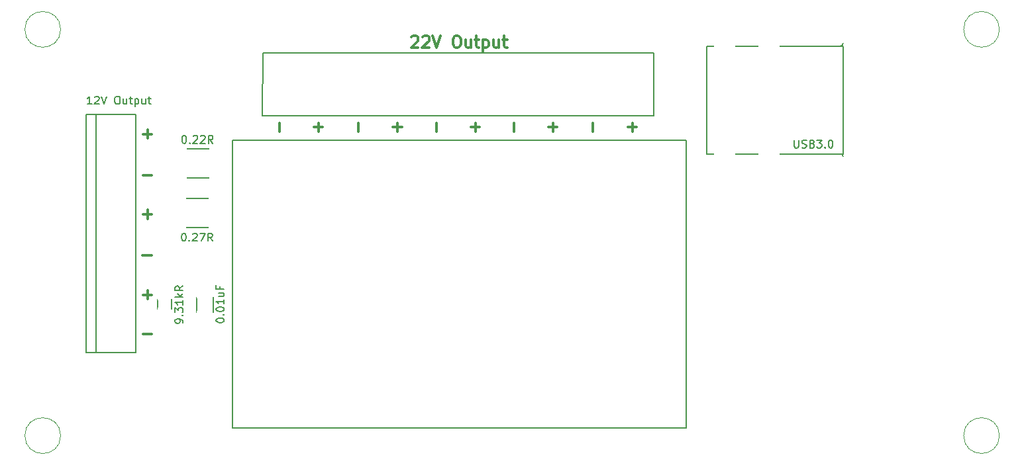
<source format=gbr>
G04 #@! TF.FileFunction,Legend,Top*
%FSLAX46Y46*%
G04 Gerber Fmt 4.6, Leading zero omitted, Abs format (unit mm)*
G04 Created by KiCad (PCBNEW 4.0.7) date 04/30/18 00:58:58*
%MOMM*%
%LPD*%
G01*
G04 APERTURE LIST*
%ADD10C,0.100000*%
%ADD11C,0.300000*%
%ADD12C,0.120000*%
%ADD13C,0.150000*%
%ADD14C,3.600000*%
%ADD15R,2.000000X1.400000*%
%ADD16R,3.400000X3.400000*%
%ADD17C,3.400000*%
%ADD18C,3.200000*%
%ADD19C,2.990000*%
%ADD20C,2.230000*%
%ADD21C,1.500000*%
%ADD22R,2.000000X3.900000*%
%ADD23R,1.700000X1.100000*%
%ADD24C,2.800000*%
%ADD25C,1.400000*%
G04 APERTURE END LIST*
D10*
D11*
X66116272Y-122789143D02*
X67259129Y-122789143D01*
X66687700Y-123360571D02*
X66687700Y-122217714D01*
X66116272Y-128059643D02*
X67259129Y-128059643D01*
X66116272Y-133076143D02*
X67259129Y-133076143D01*
X66687700Y-133647571D02*
X66687700Y-132504714D01*
X66052772Y-138283143D02*
X67195629Y-138283143D01*
X66116272Y-148379643D02*
X67259129Y-148379643D01*
X66116272Y-143363143D02*
X67259129Y-143363143D01*
X66687700Y-143934571D02*
X66687700Y-142791714D01*
X128657064Y-122509049D02*
X128657064Y-121366192D01*
X129228492Y-121937621D02*
X128085635Y-121937621D01*
X123577064Y-122509049D02*
X123577064Y-121366192D01*
X118497064Y-122509049D02*
X118497064Y-121366192D01*
X119068492Y-121937621D02*
X117925635Y-121937621D01*
X113544064Y-122509049D02*
X113544064Y-121366192D01*
X108591064Y-122509049D02*
X108591064Y-121366192D01*
X109162492Y-121937621D02*
X108019635Y-121937621D01*
X103638064Y-122509049D02*
X103638064Y-121366192D01*
X83572064Y-122509049D02*
X83572064Y-121366192D01*
X88525064Y-122509049D02*
X88525064Y-121366192D01*
X89096492Y-121937621D02*
X87953635Y-121937621D01*
X93605064Y-122509049D02*
X93605064Y-121366192D01*
X98621564Y-122509049D02*
X98621564Y-121366192D01*
X99192992Y-121937621D02*
X98050135Y-121937621D01*
X103638064Y-122509049D02*
X103638064Y-121366192D01*
X108591064Y-122509049D02*
X108591064Y-121366192D01*
X109162492Y-121937621D02*
X108019635Y-121937621D01*
X113544064Y-122509049D02*
X113544064Y-121366192D01*
X118497064Y-122509049D02*
X118497064Y-121366192D01*
X119068492Y-121937621D02*
X117925635Y-121937621D01*
X123577064Y-122509049D02*
X123577064Y-121366192D01*
X128657064Y-122509049D02*
X128657064Y-121366192D01*
X129228492Y-121937621D02*
X128085635Y-121937621D01*
X100444286Y-110381429D02*
X100515715Y-110310000D01*
X100658572Y-110238571D01*
X101015715Y-110238571D01*
X101158572Y-110310000D01*
X101230001Y-110381429D01*
X101301429Y-110524286D01*
X101301429Y-110667143D01*
X101230001Y-110881429D01*
X100372858Y-111738571D01*
X101301429Y-111738571D01*
X101872857Y-110381429D02*
X101944286Y-110310000D01*
X102087143Y-110238571D01*
X102444286Y-110238571D01*
X102587143Y-110310000D01*
X102658572Y-110381429D01*
X102730000Y-110524286D01*
X102730000Y-110667143D01*
X102658572Y-110881429D01*
X101801429Y-111738571D01*
X102730000Y-111738571D01*
X103158571Y-110238571D02*
X103658571Y-111738571D01*
X104158571Y-110238571D01*
X106087142Y-110238571D02*
X106372856Y-110238571D01*
X106515714Y-110310000D01*
X106658571Y-110452857D01*
X106729999Y-110738571D01*
X106729999Y-111238571D01*
X106658571Y-111524286D01*
X106515714Y-111667143D01*
X106372856Y-111738571D01*
X106087142Y-111738571D01*
X105944285Y-111667143D01*
X105801428Y-111524286D01*
X105729999Y-111238571D01*
X105729999Y-110738571D01*
X105801428Y-110452857D01*
X105944285Y-110310000D01*
X106087142Y-110238571D01*
X108015714Y-110738571D02*
X108015714Y-111738571D01*
X107372857Y-110738571D02*
X107372857Y-111524286D01*
X107444285Y-111667143D01*
X107587143Y-111738571D01*
X107801428Y-111738571D01*
X107944285Y-111667143D01*
X108015714Y-111595714D01*
X108515714Y-110738571D02*
X109087143Y-110738571D01*
X108730000Y-110238571D02*
X108730000Y-111524286D01*
X108801428Y-111667143D01*
X108944286Y-111738571D01*
X109087143Y-111738571D01*
X109587143Y-110738571D02*
X109587143Y-112238571D01*
X109587143Y-110810000D02*
X109730000Y-110738571D01*
X110015714Y-110738571D01*
X110158571Y-110810000D01*
X110230000Y-110881429D01*
X110301429Y-111024286D01*
X110301429Y-111452857D01*
X110230000Y-111595714D01*
X110158571Y-111667143D01*
X110015714Y-111738571D01*
X109730000Y-111738571D01*
X109587143Y-111667143D01*
X111587143Y-110738571D02*
X111587143Y-111738571D01*
X110944286Y-110738571D02*
X110944286Y-111524286D01*
X111015714Y-111667143D01*
X111158572Y-111738571D01*
X111372857Y-111738571D01*
X111515714Y-111667143D01*
X111587143Y-111595714D01*
X112087143Y-110738571D02*
X112658572Y-110738571D01*
X112301429Y-110238571D02*
X112301429Y-111524286D01*
X112372857Y-111667143D01*
X112515715Y-111738571D01*
X112658572Y-111738571D01*
D12*
X175586000Y-109400000D02*
G75*
G03X175586000Y-109400000I-2286000J0D01*
G01*
X175586000Y-161400000D02*
G75*
G03X175586000Y-161400000I-2286000J0D01*
G01*
X55586000Y-161400000D02*
G75*
G03X55586000Y-161400000I-2286000J0D01*
G01*
X55586000Y-109400000D02*
G75*
G03X55586000Y-109400000I-2286000J0D01*
G01*
D13*
X73013032Y-143643286D02*
X73013032Y-145643286D01*
X75063032Y-145643286D02*
X75063032Y-143643286D01*
X58839100Y-150774400D02*
X60109100Y-150774400D01*
X58839100Y-120294400D02*
X58839100Y-150774400D01*
X60109100Y-120294400D02*
X58839100Y-120294400D01*
X60109100Y-120294400D02*
X60109100Y-121564400D01*
X65189100Y-120294400D02*
X60109100Y-120294400D01*
X65189100Y-121564400D02*
X65189100Y-120294400D01*
X60109100Y-150774400D02*
X60109100Y-149504400D01*
X65189100Y-150774400D02*
X60109100Y-150774400D01*
X65189100Y-149504400D02*
X65189100Y-150774400D01*
X65189100Y-149504400D02*
X65189100Y-121564400D01*
X60109100Y-121564400D02*
X60109100Y-149504400D01*
X135548700Y-160432000D02*
X77588700Y-160462000D01*
X77588700Y-160462000D02*
X77588700Y-123622000D01*
X77588700Y-123622000D02*
X135588700Y-123622000D01*
X135588700Y-123622000D02*
X135588700Y-160462000D01*
X71332640Y-134784138D02*
X74787040Y-134784138D01*
X71332640Y-131024938D02*
X74787040Y-131024938D01*
X74888640Y-124674938D02*
X71434240Y-124674938D01*
X74888640Y-128434138D02*
X71434240Y-128434138D01*
X131388700Y-120432000D02*
X81388700Y-120432000D01*
X81388700Y-120432000D02*
X81408700Y-112442000D01*
X81408700Y-112442000D02*
X131388700Y-112432000D01*
X131388700Y-112432000D02*
X131388700Y-120432000D01*
X69731432Y-143941686D02*
X69731432Y-145141686D01*
X67981432Y-145141686D02*
X67981432Y-143941686D01*
X155601600Y-125691600D02*
G75*
G03X155261600Y-125331600I-350000J10000D01*
G01*
X155271600Y-111531600D02*
G75*
G03X155601600Y-111181600I-10000J340000D01*
G01*
X138151600Y-111531600D02*
X138141600Y-125331600D01*
X138141600Y-125331600D02*
X155601600Y-125331600D01*
X155601600Y-125331600D02*
X155601600Y-111531600D01*
X155601600Y-111531600D02*
X138141600Y-111531600D01*
X75472381Y-146689048D02*
X75472381Y-146593809D01*
X75520000Y-146498571D01*
X75567619Y-146450952D01*
X75662857Y-146403333D01*
X75853333Y-146355714D01*
X76091429Y-146355714D01*
X76281905Y-146403333D01*
X76377143Y-146450952D01*
X76424762Y-146498571D01*
X76472381Y-146593809D01*
X76472381Y-146689048D01*
X76424762Y-146784286D01*
X76377143Y-146831905D01*
X76281905Y-146879524D01*
X76091429Y-146927143D01*
X75853333Y-146927143D01*
X75662857Y-146879524D01*
X75567619Y-146831905D01*
X75520000Y-146784286D01*
X75472381Y-146689048D01*
X76377143Y-145927143D02*
X76424762Y-145879524D01*
X76472381Y-145927143D01*
X76424762Y-145974762D01*
X76377143Y-145927143D01*
X76472381Y-145927143D01*
X75472381Y-145260477D02*
X75472381Y-145165238D01*
X75520000Y-145070000D01*
X75567619Y-145022381D01*
X75662857Y-144974762D01*
X75853333Y-144927143D01*
X76091429Y-144927143D01*
X76281905Y-144974762D01*
X76377143Y-145022381D01*
X76424762Y-145070000D01*
X76472381Y-145165238D01*
X76472381Y-145260477D01*
X76424762Y-145355715D01*
X76377143Y-145403334D01*
X76281905Y-145450953D01*
X76091429Y-145498572D01*
X75853333Y-145498572D01*
X75662857Y-145450953D01*
X75567619Y-145403334D01*
X75520000Y-145355715D01*
X75472381Y-145260477D01*
X76472381Y-143974762D02*
X76472381Y-144546191D01*
X76472381Y-144260477D02*
X75472381Y-144260477D01*
X75615238Y-144355715D01*
X75710476Y-144450953D01*
X75758095Y-144546191D01*
X75805714Y-143117619D02*
X76472381Y-143117619D01*
X75805714Y-143546191D02*
X76329524Y-143546191D01*
X76424762Y-143498572D01*
X76472381Y-143403334D01*
X76472381Y-143260476D01*
X76424762Y-143165238D01*
X76377143Y-143117619D01*
X75948571Y-142308095D02*
X75948571Y-142641429D01*
X76472381Y-142641429D02*
X75472381Y-142641429D01*
X75472381Y-142165238D01*
X59567619Y-118962381D02*
X58996190Y-118962381D01*
X59281904Y-118962381D02*
X59281904Y-117962381D01*
X59186666Y-118105238D01*
X59091428Y-118200476D01*
X58996190Y-118248095D01*
X59948571Y-118057619D02*
X59996190Y-118010000D01*
X60091428Y-117962381D01*
X60329524Y-117962381D01*
X60424762Y-118010000D01*
X60472381Y-118057619D01*
X60520000Y-118152857D01*
X60520000Y-118248095D01*
X60472381Y-118390952D01*
X59900952Y-118962381D01*
X60520000Y-118962381D01*
X60805714Y-117962381D02*
X61139047Y-118962381D01*
X61472381Y-117962381D01*
X62758095Y-117962381D02*
X62948572Y-117962381D01*
X63043810Y-118010000D01*
X63139048Y-118105238D01*
X63186667Y-118295714D01*
X63186667Y-118629048D01*
X63139048Y-118819524D01*
X63043810Y-118914762D01*
X62948572Y-118962381D01*
X62758095Y-118962381D01*
X62662857Y-118914762D01*
X62567619Y-118819524D01*
X62520000Y-118629048D01*
X62520000Y-118295714D01*
X62567619Y-118105238D01*
X62662857Y-118010000D01*
X62758095Y-117962381D01*
X64043810Y-118295714D02*
X64043810Y-118962381D01*
X63615238Y-118295714D02*
X63615238Y-118819524D01*
X63662857Y-118914762D01*
X63758095Y-118962381D01*
X63900953Y-118962381D01*
X63996191Y-118914762D01*
X64043810Y-118867143D01*
X64377143Y-118295714D02*
X64758095Y-118295714D01*
X64520000Y-117962381D02*
X64520000Y-118819524D01*
X64567619Y-118914762D01*
X64662857Y-118962381D01*
X64758095Y-118962381D01*
X65091429Y-118295714D02*
X65091429Y-119295714D01*
X65091429Y-118343333D02*
X65186667Y-118295714D01*
X65377144Y-118295714D01*
X65472382Y-118343333D01*
X65520001Y-118390952D01*
X65567620Y-118486190D01*
X65567620Y-118771905D01*
X65520001Y-118867143D01*
X65472382Y-118914762D01*
X65377144Y-118962381D01*
X65186667Y-118962381D01*
X65091429Y-118914762D01*
X66424763Y-118295714D02*
X66424763Y-118962381D01*
X65996191Y-118295714D02*
X65996191Y-118819524D01*
X66043810Y-118914762D01*
X66139048Y-118962381D01*
X66281906Y-118962381D01*
X66377144Y-118914762D01*
X66424763Y-118867143D01*
X66758096Y-118295714D02*
X67139048Y-118295714D01*
X66900953Y-117962381D02*
X66900953Y-118819524D01*
X66948572Y-118914762D01*
X67043810Y-118962381D01*
X67139048Y-118962381D01*
X71281905Y-135492381D02*
X71377144Y-135492381D01*
X71472382Y-135540000D01*
X71520001Y-135587619D01*
X71567620Y-135682857D01*
X71615239Y-135873333D01*
X71615239Y-136111429D01*
X71567620Y-136301905D01*
X71520001Y-136397143D01*
X71472382Y-136444762D01*
X71377144Y-136492381D01*
X71281905Y-136492381D01*
X71186667Y-136444762D01*
X71139048Y-136397143D01*
X71091429Y-136301905D01*
X71043810Y-136111429D01*
X71043810Y-135873333D01*
X71091429Y-135682857D01*
X71139048Y-135587619D01*
X71186667Y-135540000D01*
X71281905Y-135492381D01*
X72043810Y-136397143D02*
X72091429Y-136444762D01*
X72043810Y-136492381D01*
X71996191Y-136444762D01*
X72043810Y-136397143D01*
X72043810Y-136492381D01*
X72472381Y-135587619D02*
X72520000Y-135540000D01*
X72615238Y-135492381D01*
X72853334Y-135492381D01*
X72948572Y-135540000D01*
X72996191Y-135587619D01*
X73043810Y-135682857D01*
X73043810Y-135778095D01*
X72996191Y-135920952D01*
X72424762Y-136492381D01*
X73043810Y-136492381D01*
X73377143Y-135492381D02*
X74043810Y-135492381D01*
X73615238Y-136492381D01*
X74996191Y-136492381D02*
X74662857Y-136016190D01*
X74424762Y-136492381D02*
X74424762Y-135492381D01*
X74805715Y-135492381D01*
X74900953Y-135540000D01*
X74948572Y-135587619D01*
X74996191Y-135682857D01*
X74996191Y-135825714D01*
X74948572Y-135920952D01*
X74900953Y-135968571D01*
X74805715Y-136016190D01*
X74424762Y-136016190D01*
X71331905Y-122992381D02*
X71427144Y-122992381D01*
X71522382Y-123040000D01*
X71570001Y-123087619D01*
X71617620Y-123182857D01*
X71665239Y-123373333D01*
X71665239Y-123611429D01*
X71617620Y-123801905D01*
X71570001Y-123897143D01*
X71522382Y-123944762D01*
X71427144Y-123992381D01*
X71331905Y-123992381D01*
X71236667Y-123944762D01*
X71189048Y-123897143D01*
X71141429Y-123801905D01*
X71093810Y-123611429D01*
X71093810Y-123373333D01*
X71141429Y-123182857D01*
X71189048Y-123087619D01*
X71236667Y-123040000D01*
X71331905Y-122992381D01*
X72093810Y-123897143D02*
X72141429Y-123944762D01*
X72093810Y-123992381D01*
X72046191Y-123944762D01*
X72093810Y-123897143D01*
X72093810Y-123992381D01*
X72522381Y-123087619D02*
X72570000Y-123040000D01*
X72665238Y-122992381D01*
X72903334Y-122992381D01*
X72998572Y-123040000D01*
X73046191Y-123087619D01*
X73093810Y-123182857D01*
X73093810Y-123278095D01*
X73046191Y-123420952D01*
X72474762Y-123992381D01*
X73093810Y-123992381D01*
X73474762Y-123087619D02*
X73522381Y-123040000D01*
X73617619Y-122992381D01*
X73855715Y-122992381D01*
X73950953Y-123040000D01*
X73998572Y-123087619D01*
X74046191Y-123182857D01*
X74046191Y-123278095D01*
X73998572Y-123420952D01*
X73427143Y-123992381D01*
X74046191Y-123992381D01*
X75046191Y-123992381D02*
X74712857Y-123516190D01*
X74474762Y-123992381D02*
X74474762Y-122992381D01*
X74855715Y-122992381D01*
X74950953Y-123040000D01*
X74998572Y-123087619D01*
X75046191Y-123182857D01*
X75046191Y-123325714D01*
X74998572Y-123420952D01*
X74950953Y-123468571D01*
X74855715Y-123516190D01*
X74474762Y-123516190D01*
X71222381Y-146925714D02*
X71222381Y-146735238D01*
X71174762Y-146639999D01*
X71127143Y-146592380D01*
X70984286Y-146497142D01*
X70793810Y-146449523D01*
X70412857Y-146449523D01*
X70317619Y-146497142D01*
X70270000Y-146544761D01*
X70222381Y-146639999D01*
X70222381Y-146830476D01*
X70270000Y-146925714D01*
X70317619Y-146973333D01*
X70412857Y-147020952D01*
X70650952Y-147020952D01*
X70746190Y-146973333D01*
X70793810Y-146925714D01*
X70841429Y-146830476D01*
X70841429Y-146639999D01*
X70793810Y-146544761D01*
X70746190Y-146497142D01*
X70650952Y-146449523D01*
X71127143Y-146020952D02*
X71174762Y-145973333D01*
X71222381Y-146020952D01*
X71174762Y-146068571D01*
X71127143Y-146020952D01*
X71222381Y-146020952D01*
X70222381Y-145640000D02*
X70222381Y-145020952D01*
X70603333Y-145354286D01*
X70603333Y-145211428D01*
X70650952Y-145116190D01*
X70698571Y-145068571D01*
X70793810Y-145020952D01*
X71031905Y-145020952D01*
X71127143Y-145068571D01*
X71174762Y-145116190D01*
X71222381Y-145211428D01*
X71222381Y-145497143D01*
X71174762Y-145592381D01*
X71127143Y-145640000D01*
X71222381Y-144068571D02*
X71222381Y-144640000D01*
X71222381Y-144354286D02*
X70222381Y-144354286D01*
X70365238Y-144449524D01*
X70460476Y-144544762D01*
X70508095Y-144640000D01*
X71222381Y-143640000D02*
X70222381Y-143640000D01*
X70841429Y-143544762D02*
X71222381Y-143259047D01*
X70555714Y-143259047D02*
X70936667Y-143640000D01*
X71222381Y-142259047D02*
X70746190Y-142592381D01*
X71222381Y-142830476D02*
X70222381Y-142830476D01*
X70222381Y-142449523D01*
X70270000Y-142354285D01*
X70317619Y-142306666D01*
X70412857Y-142259047D01*
X70555714Y-142259047D01*
X70650952Y-142306666D01*
X70698571Y-142354285D01*
X70746190Y-142449523D01*
X70746190Y-142830476D01*
X149349219Y-123573981D02*
X149349219Y-124383505D01*
X149396838Y-124478743D01*
X149444457Y-124526362D01*
X149539695Y-124573981D01*
X149730172Y-124573981D01*
X149825410Y-124526362D01*
X149873029Y-124478743D01*
X149920648Y-124383505D01*
X149920648Y-123573981D01*
X150349219Y-124526362D02*
X150492076Y-124573981D01*
X150730172Y-124573981D01*
X150825410Y-124526362D01*
X150873029Y-124478743D01*
X150920648Y-124383505D01*
X150920648Y-124288267D01*
X150873029Y-124193029D01*
X150825410Y-124145410D01*
X150730172Y-124097790D01*
X150539695Y-124050171D01*
X150444457Y-124002552D01*
X150396838Y-123954933D01*
X150349219Y-123859695D01*
X150349219Y-123764457D01*
X150396838Y-123669219D01*
X150444457Y-123621600D01*
X150539695Y-123573981D01*
X150777791Y-123573981D01*
X150920648Y-123621600D01*
X151682553Y-124050171D02*
X151825410Y-124097790D01*
X151873029Y-124145410D01*
X151920648Y-124240648D01*
X151920648Y-124383505D01*
X151873029Y-124478743D01*
X151825410Y-124526362D01*
X151730172Y-124573981D01*
X151349219Y-124573981D01*
X151349219Y-123573981D01*
X151682553Y-123573981D01*
X151777791Y-123621600D01*
X151825410Y-123669219D01*
X151873029Y-123764457D01*
X151873029Y-123859695D01*
X151825410Y-123954933D01*
X151777791Y-124002552D01*
X151682553Y-124050171D01*
X151349219Y-124050171D01*
X152253981Y-123573981D02*
X152873029Y-123573981D01*
X152539695Y-123954933D01*
X152682553Y-123954933D01*
X152777791Y-124002552D01*
X152825410Y-124050171D01*
X152873029Y-124145410D01*
X152873029Y-124383505D01*
X152825410Y-124478743D01*
X152777791Y-124526362D01*
X152682553Y-124573981D01*
X152396838Y-124573981D01*
X152301600Y-124526362D01*
X152253981Y-124478743D01*
X153301600Y-124478743D02*
X153349219Y-124526362D01*
X153301600Y-124573981D01*
X153253981Y-124526362D01*
X153301600Y-124478743D01*
X153301600Y-124573981D01*
X153968266Y-123573981D02*
X154063505Y-123573981D01*
X154158743Y-123621600D01*
X154206362Y-123669219D01*
X154253981Y-123764457D01*
X154301600Y-123954933D01*
X154301600Y-124193029D01*
X154253981Y-124383505D01*
X154206362Y-124478743D01*
X154158743Y-124526362D01*
X154063505Y-124573981D01*
X153968266Y-124573981D01*
X153873028Y-124526362D01*
X153825409Y-124478743D01*
X153777790Y-124383505D01*
X153730171Y-124193029D01*
X153730171Y-123954933D01*
X153777790Y-123764457D01*
X153825409Y-123669219D01*
X153873028Y-123621600D01*
X153968266Y-123573981D01*
%LPC*%
D14*
X173300000Y-109400000D03*
X173300000Y-161400000D03*
X53300000Y-161400000D03*
X53300000Y-109400000D03*
D15*
X74038032Y-146143286D03*
X74038032Y-143143286D03*
D16*
X62649100Y-122834400D03*
D17*
X62649100Y-127914400D03*
X62649100Y-132994400D03*
X62649100Y-138074400D03*
X62649100Y-143154400D03*
X62649100Y-148234400D03*
D18*
X144014800Y-133080600D03*
X144014800Y-136880600D03*
X156514800Y-133080600D03*
X156514800Y-136880600D03*
X144014800Y-148080600D03*
X144014800Y-151880600D03*
X156514800Y-148080600D03*
X156514800Y-151880600D03*
D19*
X81188700Y-149662000D03*
X81188700Y-134372000D03*
D20*
X81188700Y-145852000D03*
X81188700Y-142042000D03*
X81188700Y-138232000D03*
X131988700Y-149662000D03*
D21*
X131988700Y-142042000D03*
D20*
X132008700Y-134422000D03*
D22*
X70621440Y-132904538D03*
X75498240Y-132904538D03*
X75599840Y-126554538D03*
X70723040Y-126554538D03*
D17*
X128888700Y-116432000D03*
X123898700Y-116422000D03*
X118898700Y-116422000D03*
X113888700Y-116432000D03*
X108888700Y-116432000D03*
X103898700Y-116422000D03*
X98898700Y-116422000D03*
X93888700Y-116432000D03*
X88888700Y-116432000D03*
X83888700Y-116432000D03*
D23*
X68856432Y-145491686D03*
X68856432Y-143591686D03*
D24*
X157574500Y-125042200D03*
X163254500Y-125042200D03*
X163254500Y-111902200D03*
X157584500Y-111902200D03*
D25*
X159574500Y-114972200D03*
X159574500Y-121972200D03*
X159574500Y-119472200D03*
X159574500Y-117472200D03*
X161074500Y-114472200D03*
X161074500Y-116472200D03*
X161074500Y-118462200D03*
X161074500Y-120472200D03*
X161074500Y-122472200D03*
X162774500Y-121972200D03*
X162774500Y-119472200D03*
X162774500Y-117472200D03*
X162774500Y-114972200D03*
X164274500Y-114472200D03*
X164274500Y-116472200D03*
X164274500Y-118472200D03*
X164274500Y-120472200D03*
X164274500Y-122472200D03*
D24*
X146161600Y-125001600D03*
X140481600Y-125001600D03*
X140481600Y-111861600D03*
X146151600Y-111861600D03*
D25*
X144161600Y-114931600D03*
X144161600Y-121931600D03*
X144161600Y-119431600D03*
X144161600Y-117431600D03*
X142661600Y-114431600D03*
X142661600Y-116431600D03*
X142661600Y-118421600D03*
X142661600Y-120431600D03*
X142661600Y-122431600D03*
X140961600Y-121931600D03*
X140961600Y-119431600D03*
X140961600Y-117431600D03*
X140961600Y-114931600D03*
X139461600Y-114431600D03*
X139461600Y-116431600D03*
X139461600Y-118431600D03*
X139461600Y-120431600D03*
X139461600Y-122431600D03*
M02*

</source>
